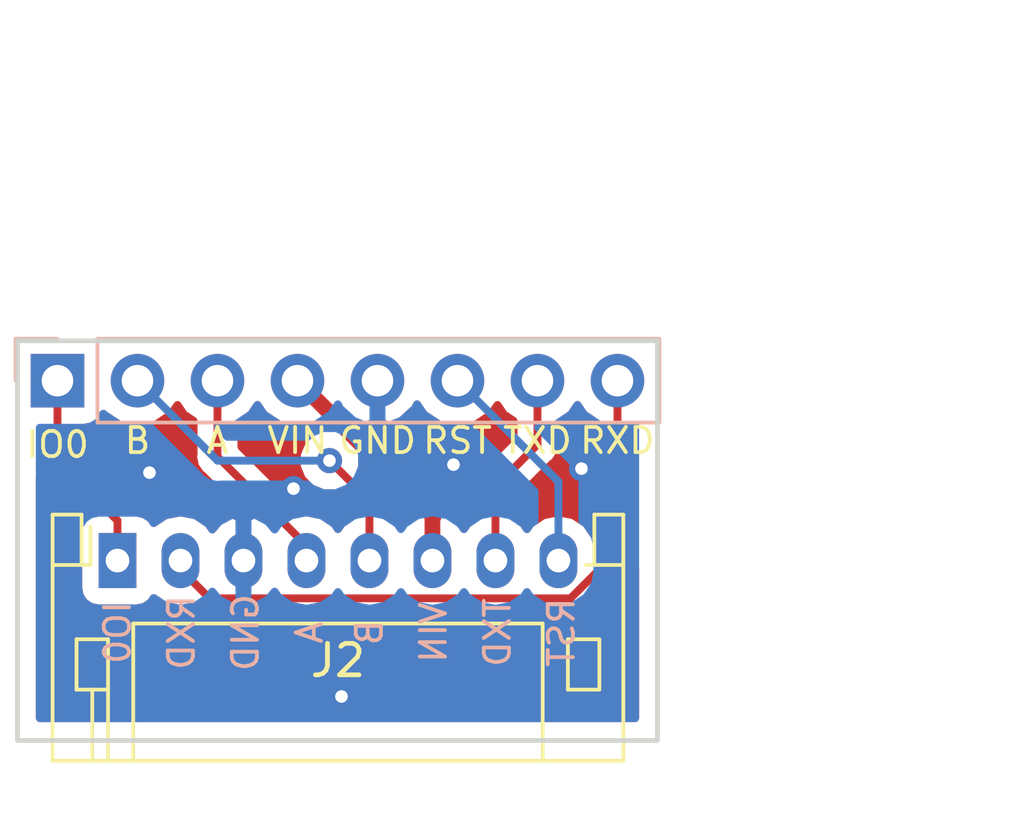
<source format=kicad_pcb>
(kicad_pcb (version 20171130) (host pcbnew 5.0.0)

  (general
    (thickness 1.6)
    (drawings 22)
    (tracks 33)
    (zones 0)
    (modules 2)
    (nets 9)
  )

  (page A4)
  (layers
    (0 F.Cu signal)
    (31 B.Cu signal)
    (32 B.Adhes user)
    (33 F.Adhes user)
    (34 B.Paste user)
    (35 F.Paste user)
    (36 B.SilkS user)
    (37 F.SilkS user)
    (38 B.Mask user)
    (39 F.Mask user)
    (40 Dwgs.User user)
    (41 Cmts.User user)
    (42 Eco1.User user)
    (43 Eco2.User user)
    (44 Edge.Cuts user)
    (45 Margin user)
    (46 B.CrtYd user)
    (47 F.CrtYd user)
    (48 B.Fab user)
    (49 F.Fab user)
  )

  (setup
    (last_trace_width 0.25)
    (trace_clearance 0.2)
    (zone_clearance 0.508)
    (zone_45_only no)
    (trace_min 0.2)
    (segment_width 0.2)
    (edge_width 0.15)
    (via_size 0.8)
    (via_drill 0.4)
    (via_min_size 0.4)
    (via_min_drill 0.3)
    (uvia_size 0.3)
    (uvia_drill 0.1)
    (uvias_allowed no)
    (uvia_min_size 0.2)
    (uvia_min_drill 0.1)
    (pcb_text_width 0.3)
    (pcb_text_size 1.5 1.5)
    (mod_edge_width 0.15)
    (mod_text_size 1 1)
    (mod_text_width 0.15)
    (pad_size 1.524 1.524)
    (pad_drill 0.762)
    (pad_to_mask_clearance 0.2)
    (aux_axis_origin 0 0)
    (visible_elements FFFFFF7F)
    (pcbplotparams
      (layerselection 0x010fc_ffffffff)
      (usegerberextensions false)
      (usegerberattributes false)
      (usegerberadvancedattributes false)
      (creategerberjobfile false)
      (excludeedgelayer true)
      (linewidth 0.100000)
      (plotframeref false)
      (viasonmask false)
      (mode 1)
      (useauxorigin false)
      (hpglpennumber 1)
      (hpglpenspeed 20)
      (hpglpendiameter 15.000000)
      (psnegative false)
      (psa4output false)
      (plotreference true)
      (plotvalue true)
      (plotinvisibletext false)
      (padsonsilk false)
      (subtractmaskfromsilk false)
      (outputformat 1)
      (mirror false)
      (drillshape 1)
      (scaleselection 1)
      (outputdirectory ""))
  )

  (net 0 "")
  (net 1 /IO0)
  (net 2 /RXD)
  (net 3 /GND)
  (net 4 /A)
  (net 5 /B)
  (net 6 /VIN)
  (net 7 /TXD)
  (net 8 /RST)

  (net_class Default "これはデフォルトのネット クラスです。"
    (clearance 0.2)
    (trace_width 0.25)
    (via_dia 0.8)
    (via_drill 0.4)
    (uvia_dia 0.3)
    (uvia_drill 0.1)
    (add_net /A)
    (add_net /B)
    (add_net /IO0)
    (add_net /RST)
    (add_net /RXD)
    (add_net /TXD)
  )

  (net_class Power ""
    (clearance 0.2)
    (trace_width 0.5)
    (via_dia 0.8)
    (via_drill 0.4)
    (uvia_dia 0.3)
    (uvia_drill 0.1)
    (add_net /GND)
    (add_net /VIN)
  )

  (module Connector_JST:JST_PH_S8B-PH-K_1x08_P2.00mm_Horizontal (layer F.Cu) (tedit 5A0EDEC2) (tstamp 5BFCCA8A)
    (at 145.415 57.785)
    (descr "JST PH series connector, S8B-PH-K (http://www.jst-mfg.com/product/pdf/eng/ePH.pdf), generated with kicad-footprint-generator")
    (tags "connector JST PH top entry")
    (path /5BF90F0B)
    (fp_text reference J2 (at 7 3.175) (layer F.SilkS)
      (effects (font (size 1 1) (thickness 0.15)))
    )
    (fp_text value Conn_01x08 (at 7 7.45) (layer F.Fab)
      (effects (font (size 1 1) (thickness 0.15)))
    )
    (fp_line (start -0.86 0.14) (end -1.14 0.14) (layer F.SilkS) (width 0.12))
    (fp_line (start -1.14 0.14) (end -1.14 -1.46) (layer F.SilkS) (width 0.12))
    (fp_line (start -1.14 -1.46) (end -2.06 -1.46) (layer F.SilkS) (width 0.12))
    (fp_line (start -2.06 -1.46) (end -2.06 6.36) (layer F.SilkS) (width 0.12))
    (fp_line (start -2.06 6.36) (end 16.06 6.36) (layer F.SilkS) (width 0.12))
    (fp_line (start 16.06 6.36) (end 16.06 -1.46) (layer F.SilkS) (width 0.12))
    (fp_line (start 16.06 -1.46) (end 15.14 -1.46) (layer F.SilkS) (width 0.12))
    (fp_line (start 15.14 -1.46) (end 15.14 0.14) (layer F.SilkS) (width 0.12))
    (fp_line (start 15.14 0.14) (end 14.86 0.14) (layer F.SilkS) (width 0.12))
    (fp_line (start 0.5 6.36) (end 0.5 2) (layer F.SilkS) (width 0.12))
    (fp_line (start 0.5 2) (end 13.5 2) (layer F.SilkS) (width 0.12))
    (fp_line (start 13.5 2) (end 13.5 6.36) (layer F.SilkS) (width 0.12))
    (fp_line (start -2.06 0.14) (end -1.14 0.14) (layer F.SilkS) (width 0.12))
    (fp_line (start 16.06 0.14) (end 15.14 0.14) (layer F.SilkS) (width 0.12))
    (fp_line (start -1.3 2.5) (end -1.3 4.1) (layer F.SilkS) (width 0.12))
    (fp_line (start -1.3 4.1) (end -0.3 4.1) (layer F.SilkS) (width 0.12))
    (fp_line (start -0.3 4.1) (end -0.3 2.5) (layer F.SilkS) (width 0.12))
    (fp_line (start -0.3 2.5) (end -1.3 2.5) (layer F.SilkS) (width 0.12))
    (fp_line (start 15.3 2.5) (end 15.3 4.1) (layer F.SilkS) (width 0.12))
    (fp_line (start 15.3 4.1) (end 14.3 4.1) (layer F.SilkS) (width 0.12))
    (fp_line (start 14.3 4.1) (end 14.3 2.5) (layer F.SilkS) (width 0.12))
    (fp_line (start 14.3 2.5) (end 15.3 2.5) (layer F.SilkS) (width 0.12))
    (fp_line (start -0.3 4.1) (end -0.3 6.36) (layer F.SilkS) (width 0.12))
    (fp_line (start -0.8 4.1) (end -0.8 6.36) (layer F.SilkS) (width 0.12))
    (fp_line (start -2.45 -1.85) (end -2.45 6.75) (layer F.CrtYd) (width 0.05))
    (fp_line (start -2.45 6.75) (end 16.45 6.75) (layer F.CrtYd) (width 0.05))
    (fp_line (start 16.45 6.75) (end 16.45 -1.85) (layer F.CrtYd) (width 0.05))
    (fp_line (start 16.45 -1.85) (end -2.45 -1.85) (layer F.CrtYd) (width 0.05))
    (fp_line (start -1.25 0.25) (end -1.25 -1.35) (layer F.Fab) (width 0.1))
    (fp_line (start -1.25 -1.35) (end -1.95 -1.35) (layer F.Fab) (width 0.1))
    (fp_line (start -1.95 -1.35) (end -1.95 6.25) (layer F.Fab) (width 0.1))
    (fp_line (start -1.95 6.25) (end 15.95 6.25) (layer F.Fab) (width 0.1))
    (fp_line (start 15.95 6.25) (end 15.95 -1.35) (layer F.Fab) (width 0.1))
    (fp_line (start 15.95 -1.35) (end 15.25 -1.35) (layer F.Fab) (width 0.1))
    (fp_line (start 15.25 -1.35) (end 15.25 0.25) (layer F.Fab) (width 0.1))
    (fp_line (start 15.25 0.25) (end -1.25 0.25) (layer F.Fab) (width 0.1))
    (fp_line (start -0.86 0.14) (end -0.86 -1.075) (layer F.SilkS) (width 0.12))
    (fp_line (start 0 0.875) (end -0.5 1.375) (layer F.Fab) (width 0.1))
    (fp_line (start -0.5 1.375) (end 0.5 1.375) (layer F.Fab) (width 0.1))
    (fp_line (start 0.5 1.375) (end 0 0.875) (layer F.Fab) (width 0.1))
    (fp_text user %R (at 7 2.5) (layer F.Fab)
      (effects (font (size 1 1) (thickness 0.15)))
    )
    (pad 1 thru_hole rect (at 0 0) (size 1.2 1.75) (drill 0.75) (layers *.Cu *.Mask)
      (net 1 /IO0))
    (pad 2 thru_hole oval (at 2 0) (size 1.2 1.75) (drill 0.75) (layers *.Cu *.Mask)
      (net 2 /RXD))
    (pad 3 thru_hole oval (at 4 0) (size 1.2 1.75) (drill 0.75) (layers *.Cu *.Mask)
      (net 3 /GND))
    (pad 4 thru_hole oval (at 6 0) (size 1.2 1.75) (drill 0.75) (layers *.Cu *.Mask)
      (net 4 /A))
    (pad 5 thru_hole oval (at 8 0) (size 1.2 1.75) (drill 0.75) (layers *.Cu *.Mask)
      (net 5 /B))
    (pad 6 thru_hole oval (at 10 0) (size 1.2 1.75) (drill 0.75) (layers *.Cu *.Mask)
      (net 6 /VIN))
    (pad 7 thru_hole oval (at 12 0) (size 1.2 1.75) (drill 0.75) (layers *.Cu *.Mask)
      (net 7 /TXD))
    (pad 8 thru_hole oval (at 14 0) (size 1.2 1.75) (drill 0.75) (layers *.Cu *.Mask)
      (net 8 /RST))
    (model ${KISYS3DMOD}/Connector_JST.3dshapes/JST_PH_S8B-PH-K_1x08_P2.00mm_Horizontal.wrl
      (at (xyz 0 0 0))
      (scale (xyz 1 1 1))
      (rotate (xyz 0 0 0))
    )
  )

  (module Connector_PinHeader_2.54mm:PinHeader_1x08_P2.54mm_Vertical (layer B.Cu) (tedit 5BF90F15) (tstamp 5BFCCA55)
    (at 143.51 52.07 270)
    (descr "Through hole straight pin header, 1x08, 2.54mm pitch, single row")
    (tags "Through hole pin header THT 1x08 2.54mm single row")
    (path /5BF90DDF)
    (fp_text reference J1 (at 0 2.54 270) (layer B.SilkS) hide
      (effects (font (size 1 1) (thickness 0.15)) (justify mirror))
    )
    (fp_text value Conn_01x08 (at 0 -20.11 270) (layer B.Fab)
      (effects (font (size 1 1) (thickness 0.15)) (justify mirror))
    )
    (fp_line (start -0.635 1.27) (end 1.27 1.27) (layer B.Fab) (width 0.1))
    (fp_line (start 1.27 1.27) (end 1.27 -19.05) (layer B.Fab) (width 0.1))
    (fp_line (start 1.27 -19.05) (end -1.27 -19.05) (layer B.Fab) (width 0.1))
    (fp_line (start -1.27 -19.05) (end -1.27 0.635) (layer B.Fab) (width 0.1))
    (fp_line (start -1.27 0.635) (end -0.635 1.27) (layer B.Fab) (width 0.1))
    (fp_line (start -1.33 -19.11) (end 1.33 -19.11) (layer B.SilkS) (width 0.12))
    (fp_line (start -1.33 -1.27) (end -1.33 -19.11) (layer B.SilkS) (width 0.12))
    (fp_line (start 1.33 -1.27) (end 1.33 -19.11) (layer B.SilkS) (width 0.12))
    (fp_line (start -1.33 -1.27) (end 1.33 -1.27) (layer B.SilkS) (width 0.12))
    (fp_line (start -1.33 0) (end -1.33 1.33) (layer B.SilkS) (width 0.12))
    (fp_line (start -1.33 1.33) (end 0 1.33) (layer B.SilkS) (width 0.12))
    (fp_line (start -1.8 1.8) (end -1.8 -19.55) (layer B.CrtYd) (width 0.05))
    (fp_line (start -1.8 -19.55) (end 1.8 -19.55) (layer B.CrtYd) (width 0.05))
    (fp_line (start 1.8 -19.55) (end 1.8 1.8) (layer B.CrtYd) (width 0.05))
    (fp_line (start 1.8 1.8) (end -1.8 1.8) (layer B.CrtYd) (width 0.05))
    (fp_text user %R (at 0 -8.89 180) (layer B.Fab)
      (effects (font (size 1 1) (thickness 0.15)) (justify mirror))
    )
    (pad 1 thru_hole rect (at 0 0 270) (size 1.7 1.7) (drill 1) (layers *.Cu *.Mask)
      (net 1 /IO0))
    (pad 2 thru_hole oval (at 0 -2.54 270) (size 1.7 1.7) (drill 1) (layers *.Cu *.Mask)
      (net 5 /B))
    (pad 3 thru_hole oval (at 0 -5.08 270) (size 1.7 1.7) (drill 1) (layers *.Cu *.Mask)
      (net 4 /A))
    (pad 4 thru_hole oval (at 0 -7.62 270) (size 1.7 1.7) (drill 1) (layers *.Cu *.Mask)
      (net 6 /VIN))
    (pad 5 thru_hole oval (at 0 -10.16 270) (size 1.7 1.7) (drill 1) (layers *.Cu *.Mask)
      (net 3 /GND))
    (pad 6 thru_hole oval (at 0 -12.7 270) (size 1.7 1.7) (drill 1) (layers *.Cu *.Mask)
      (net 8 /RST))
    (pad 7 thru_hole oval (at 0 -15.24 270) (size 1.7 1.7) (drill 1) (layers *.Cu *.Mask)
      (net 7 /TXD))
    (pad 8 thru_hole oval (at 0 -17.78 270) (size 1.7 1.7) (drill 1) (layers *.Cu *.Mask)
      (net 2 /RXD))
    (model ${KISYS3DMOD}/Connector_PinHeader_2.54mm.3dshapes/PinHeader_1x08_P2.54mm_Vertical.wrl
      (at (xyz 0 0 0))
      (scale (xyz 1 1 1))
      (rotate (xyz 0 0 0))
    )
  )

  (gr_text IO0 (at 145.415 60.071 90) (layer B.SilkS) (tstamp 5BF92A9F)
    (effects (font (size 0.8 0.8) (thickness 0.12)) (justify mirror))
  )
  (gr_text RXD (at 147.447 60.071 90) (layer B.SilkS) (tstamp 5BF92A65)
    (effects (font (size 0.8 0.8) (thickness 0.12)) (justify mirror))
  )
  (gr_text GND (at 149.479 60.071 90) (layer B.SilkS) (tstamp 5BF929F2)
    (effects (font (size 0.8 0.8) (thickness 0.12)) (justify mirror))
  )
  (gr_text A (at 151.511 60.071 90) (layer B.SilkS) (tstamp 5BF929B8)
    (effects (font (size 0.8 0.8) (thickness 0.12)) (justify mirror))
  )
  (gr_text B (at 153.416 60.071 90) (layer B.SilkS) (tstamp 5BF9297E)
    (effects (font (size 0.8 0.8) (thickness 0.12)) (justify mirror))
  )
  (gr_text VIN (at 155.448 60.071 90) (layer B.SilkS) (tstamp 5BF92944)
    (effects (font (size 0.8 0.8) (thickness 0.12)) (justify mirror))
  )
  (gr_text TXD (at 157.48 60.071 90) (layer B.SilkS) (tstamp 5BF9290A)
    (effects (font (size 0.8 0.8) (thickness 0.12)) (justify mirror))
  )
  (gr_text RST (at 159.512 60.071 90) (layer B.SilkS)
    (effects (font (size 0.8 0.8) (thickness 0.12)) (justify mirror))
  )
  (dimension 12.7 (width 0.3) (layer Cmts.User)
    (gr_text "12.700 mm" (at 172.28 57.15 270) (layer Cmts.User)
      (effects (font (size 1.5 1.5) (thickness 0.3)))
    )
    (feature1 (pts (xy 167.64 63.5) (xy 170.766421 63.5)))
    (feature2 (pts (xy 167.64 50.8) (xy 170.766421 50.8)))
    (crossbar (pts (xy 170.18 50.8) (xy 170.18 63.5)))
    (arrow1a (pts (xy 170.18 63.5) (xy 169.593579 62.373496)))
    (arrow1b (pts (xy 170.18 63.5) (xy 170.766421 62.373496)))
    (arrow2a (pts (xy 170.18 50.8) (xy 169.593579 51.926504)))
    (arrow2b (pts (xy 170.18 50.8) (xy 170.766421 51.926504)))
  )
  (dimension 20.32 (width 0.3) (layer Cmts.User)
    (gr_text "20.320 mm" (at 152.4 41.08) (layer Cmts.User)
      (effects (font (size 1.5 1.5) (thickness 0.3)))
    )
    (feature1 (pts (xy 162.56 45.72) (xy 162.56 42.593579)))
    (feature2 (pts (xy 142.24 45.72) (xy 142.24 42.593579)))
    (crossbar (pts (xy 142.24 43.18) (xy 162.56 43.18)))
    (arrow1a (pts (xy 162.56 43.18) (xy 161.433496 43.766421)))
    (arrow1b (pts (xy 162.56 43.18) (xy 161.433496 42.593579)))
    (arrow2a (pts (xy 142.24 43.18) (xy 143.366504 43.766421)))
    (arrow2b (pts (xy 142.24 43.18) (xy 143.366504 42.593579)))
  )
  (gr_text RST (at 156.21 53.975) (layer F.SilkS) (tstamp 5BF91058)
    (effects (font (size 0.8 0.8) (thickness 0.12)))
  )
  (gr_text TXD (at 158.75 53.975) (layer F.SilkS) (tstamp 5BF91056)
    (effects (font (size 0.8 0.8) (thickness 0.12)))
  )
  (gr_text VIN (at 151.13 53.975) (layer F.SilkS) (tstamp 5BF91054)
    (effects (font (size 0.8 0.8) (thickness 0.12)))
  )
  (gr_text B (at 146.05 53.975) (layer F.SilkS) (tstamp 5BF91052)
    (effects (font (size 0.8 0.8) (thickness 0.12)))
  )
  (gr_text A (at 148.59 53.975) (layer F.SilkS) (tstamp 5BF91050)
    (effects (font (size 0.8 0.8) (thickness 0.12)))
  )
  (gr_text GND (at 153.67 53.975) (layer F.SilkS) (tstamp 5BF9104E)
    (effects (font (size 0.8 0.8) (thickness 0.12)))
  )
  (gr_text RXD (at 161.29 53.975) (layer F.SilkS) (tstamp 5BF9104B)
    (effects (font (size 0.8 0.8) (thickness 0.12)))
  )
  (gr_text IO0 (at 143.51 54.102) (layer F.SilkS)
    (effects (font (size 0.8 0.8) (thickness 0.12)))
  )
  (gr_line (start 142.24 63.5) (end 142.24 50.8) (layer Edge.Cuts) (width 0.15))
  (gr_line (start 162.56 63.5) (end 142.24 63.5) (layer Edge.Cuts) (width 0.15))
  (gr_line (start 162.56 50.8) (end 162.56 63.5) (layer Edge.Cuts) (width 0.15))
  (gr_line (start 142.24 50.8) (end 162.56 50.8) (layer Edge.Cuts) (width 0.15))

  (segment (start 145.415 57.785) (end 145.415 56.515) (width 0.25) (layer F.Cu) (net 1))
  (segment (start 143.51 54.61) (end 143.51 52.07) (width 0.25) (layer F.Cu) (net 1))
  (segment (start 145.415 56.515) (end 143.51 54.61) (width 0.25) (layer F.Cu) (net 1))
  (segment (start 161.29 57.493161) (end 161.29 53.272081) (width 0.25) (layer F.Cu) (net 2))
  (segment (start 161.29 53.272081) (end 161.29 52.07) (width 0.25) (layer F.Cu) (net 2))
  (segment (start 159.798151 58.98501) (end 161.29 57.493161) (width 0.25) (layer F.Cu) (net 2))
  (segment (start 148.34001 58.98501) (end 159.798151 58.98501) (width 0.25) (layer F.Cu) (net 2))
  (segment (start 147.415 58.06) (end 148.34001 58.98501) (width 0.25) (layer F.Cu) (net 2))
  (segment (start 147.415 57.785) (end 147.415 58.06) (width 0.25) (layer F.Cu) (net 2))
  (via (at 156.083 54.737) (size 0.8) (drill 0.4) (layers F.Cu B.Cu) (net 3))
  (via (at 160.147 54.864) (size 0.8) (drill 0.4) (layers F.Cu B.Cu) (net 3))
  (via (at 152.527 62.103) (size 0.8) (drill 0.4) (layers F.Cu B.Cu) (net 3))
  (via (at 146.431 54.991) (size 0.8) (drill 0.4) (layers F.Cu B.Cu) (net 3))
  (via (at 151.003 55.499) (size 0.8) (drill 0.4) (layers F.Cu B.Cu) (net 3))
  (segment (start 151.415 57.308) (end 151.415 57.785) (width 0.25) (layer F.Cu) (net 4))
  (segment (start 148.59 52.07) (end 148.59 54.483) (width 0.25) (layer F.Cu) (net 4))
  (segment (start 148.59 54.483) (end 151.415 57.308) (width 0.25) (layer F.Cu) (net 4))
  (via (at 152.146 54.61) (size 0.8) (drill 0.4) (layers F.Cu B.Cu) (net 5))
  (segment (start 146.05 52.07) (end 148.59 54.61) (width 0.25) (layer B.Cu) (net 5))
  (segment (start 153.415 55.879) (end 152.545999 55.009999) (width 0.25) (layer F.Cu) (net 5))
  (segment (start 152.545999 55.009999) (end 152.146 54.61) (width 0.25) (layer F.Cu) (net 5))
  (segment (start 153.415 57.785) (end 153.415 55.879) (width 0.25) (layer F.Cu) (net 5))
  (segment (start 151.580315 54.61) (end 152.146 54.61) (width 0.25) (layer B.Cu) (net 5))
  (segment (start 148.59 54.61) (end 151.580315 54.61) (width 0.25) (layer B.Cu) (net 5))
  (segment (start 155.448 56.388) (end 155.437 56.388) (width 0.5) (layer F.Cu) (net 6))
  (segment (start 155.437 56.388) (end 155.415 56.41) (width 0.5) (layer F.Cu) (net 6))
  (segment (start 151.13 52.07) (end 155.448 56.388) (width 0.5) (layer F.Cu) (net 6))
  (segment (start 155.415 56.41) (end 155.415 57.785) (width 0.5) (layer F.Cu) (net 6))
  (segment (start 158.75 52.07) (end 158.75 54.102) (width 0.25) (layer F.Cu) (net 7))
  (segment (start 157.415 55.437) (end 157.415 57.785) (width 0.25) (layer F.Cu) (net 7))
  (segment (start 158.75 54.102) (end 157.415 55.437) (width 0.25) (layer F.Cu) (net 7))
  (segment (start 159.415 55.275) (end 159.415 57.785) (width 0.25) (layer B.Cu) (net 8))
  (segment (start 156.21 52.07) (end 159.415 55.275) (width 0.25) (layer B.Cu) (net 8))

  (zone (net 3) (net_name /GND) (layer F.Cu) (tstamp 5BF92D60) (hatch edge 0.508)
    (connect_pads (clearance 0.508))
    (min_thickness 0.254)
    (fill yes (arc_segments 16) (thermal_gap 0.508) (thermal_bridge_width 0.508))
    (polygon
      (pts
        (xy 142.24 50.8) (xy 162.56 50.8) (xy 162.56 63.5) (xy 142.24 63.5)
      )
    )
    (filled_polygon
      (pts
        (xy 142.962071 55.157929) (xy 143.02553 55.200331) (xy 144.325227 56.500028) (xy 144.216843 56.662235) (xy 144.16756 56.91)
        (xy 144.16756 58.66) (xy 144.216843 58.907765) (xy 144.357191 59.117809) (xy 144.567235 59.258157) (xy 144.815 59.30744)
        (xy 146.015 59.30744) (xy 146.262765 59.258157) (xy 146.472809 59.117809) (xy 146.56614 58.97813) (xy 146.933128 59.223344)
        (xy 147.415 59.319195) (xy 147.5688 59.288602) (xy 147.749681 59.469483) (xy 147.792081 59.532939) (xy 147.855537 59.575339)
        (xy 148.043472 59.700914) (xy 148.091615 59.71049) (xy 148.265158 59.74501) (xy 148.265162 59.74501) (xy 148.34001 59.759898)
        (xy 148.414858 59.74501) (xy 159.723304 59.74501) (xy 159.798151 59.759898) (xy 159.872998 59.74501) (xy 159.873003 59.74501)
        (xy 160.094688 59.700914) (xy 160.34608 59.532939) (xy 160.388482 59.46948) (xy 161.774473 58.08349) (xy 161.837929 58.04109)
        (xy 161.850001 58.023024) (xy 161.850001 62.79) (xy 142.95 62.79) (xy 142.95 55.139863)
      )
    )
    (filled_polygon
      (pts
        (xy 149.542 57.658) (xy 149.562 57.658) (xy 149.562 57.912) (xy 149.542 57.912) (xy 149.542 57.932)
        (xy 149.288 57.932) (xy 149.288 57.912) (xy 149.268 57.912) (xy 149.268 57.658) (xy 149.288 57.658)
        (xy 149.288 57.638) (xy 149.542 57.638)
      )
    )
    (filled_polygon
      (pts
        (xy 160.219375 53.140625) (xy 160.530001 53.348179) (xy 160.53 56.955775) (xy 160.305385 56.619615) (xy 159.896872 56.346656)
        (xy 159.415 56.250805) (xy 158.933127 56.346656) (xy 158.524615 56.619615) (xy 158.415 56.783666) (xy 158.305385 56.619615)
        (xy 158.175 56.532495) (xy 158.175 55.751801) (xy 159.234473 54.692329) (xy 159.297929 54.649929) (xy 159.465904 54.398537)
        (xy 159.51 54.176852) (xy 159.51 54.176848) (xy 159.524888 54.102001) (xy 159.51 54.027154) (xy 159.51 53.348178)
        (xy 159.820625 53.140625) (xy 160.02 52.842239)
      )
    )
    (filled_polygon
      (pts
        (xy 147.519375 53.140625) (xy 147.830001 53.348178) (xy 147.830001 54.408148) (xy 147.815112 54.483) (xy 147.874097 54.779537)
        (xy 147.939146 54.876889) (xy 148.042072 55.030929) (xy 148.105528 55.073329) (xy 149.307198 56.275) (xy 149.287998 56.275)
        (xy 149.287998 56.441268) (xy 149.097391 56.316538) (xy 149.059719 56.320408) (xy 148.631526 56.54692) (xy 148.424167 56.797385)
        (xy 148.305385 56.619615) (xy 147.896872 56.346656) (xy 147.415 56.250805) (xy 146.933127 56.346656) (xy 146.56614 56.591869)
        (xy 146.472809 56.452191) (xy 146.262765 56.311843) (xy 146.144812 56.288381) (xy 146.130904 56.218463) (xy 146.130904 56.218462)
        (xy 146.005329 56.030527) (xy 145.962929 55.967071) (xy 145.899473 55.924671) (xy 144.27 54.295199) (xy 144.27 53.56744)
        (xy 144.36 53.56744) (xy 144.607765 53.518157) (xy 144.817809 53.377809) (xy 144.958157 53.167765) (xy 144.967184 53.122381)
        (xy 144.979375 53.140625) (xy 145.470582 53.468839) (xy 145.903744 53.555) (xy 146.196256 53.555) (xy 146.629418 53.468839)
        (xy 147.120625 53.140625) (xy 147.32 52.842239)
      )
    )
    (filled_polygon
      (pts
        (xy 155.139375 53.140625) (xy 155.630582 53.468839) (xy 156.063744 53.555) (xy 156.356256 53.555) (xy 156.789418 53.468839)
        (xy 157.280625 53.140625) (xy 157.48 52.842239) (xy 157.679375 53.140625) (xy 157.990001 53.348178) (xy 157.990001 53.787197)
        (xy 156.93053 54.846669) (xy 156.867071 54.889071) (xy 156.699096 55.140464) (xy 156.655 55.362149) (xy 156.655 55.362153)
        (xy 156.640112 55.437) (xy 156.655 55.511847) (xy 156.655 56.532494) (xy 156.524615 56.619615) (xy 156.415 56.783666)
        (xy 156.305385 56.619615) (xy 156.304398 56.618956) (xy 156.350338 56.388) (xy 156.281652 56.04269) (xy 156.172277 55.879)
        (xy 156.135424 55.823845) (xy 156.135423 55.823844) (xy 156.086049 55.749951) (xy 156.012156 55.700577) (xy 153.797002 53.485424)
        (xy 153.797002 53.390156) (xy 154.02689 53.511476) (xy 154.436924 53.341645) (xy 154.865183 52.951358) (xy 154.926157 52.821522)
      )
    )
    (filled_polygon
      (pts
        (xy 150.059375 53.140625) (xy 150.550582 53.468839) (xy 150.983744 53.555) (xy 151.276256 53.555) (xy 151.34896 53.540538)
        (xy 151.550355 53.741934) (xy 151.268569 54.02372) (xy 151.111 54.404126) (xy 151.111 54.815874) (xy 151.268569 55.19628)
        (xy 151.55972 55.487431) (xy 151.940126 55.645) (xy 152.106199 55.645) (xy 152.655001 56.193803) (xy 152.655001 56.532494)
        (xy 152.524615 56.619615) (xy 152.415 56.783666) (xy 152.305385 56.619615) (xy 151.896872 56.346656) (xy 151.43698 56.255177)
        (xy 149.35 54.168199) (xy 149.35 53.348178) (xy 149.660625 53.140625) (xy 149.86 52.842239)
      )
    )
    (filled_polygon
      (pts
        (xy 153.797 51.943) (xy 153.817 51.943) (xy 153.817 52.197) (xy 153.797 52.197) (xy 153.797 52.217)
        (xy 153.543 52.217) (xy 153.543 52.197) (xy 153.523 52.197) (xy 153.523 51.943) (xy 153.543 51.943)
        (xy 153.543 51.923) (xy 153.797 51.923)
      )
    )
  )
  (zone (net 3) (net_name /GND) (layer B.Cu) (tstamp 5BF92D5D) (hatch edge 0.508)
    (connect_pads (clearance 0.508))
    (min_thickness 0.254)
    (fill yes (arc_segments 16) (thermal_gap 0.508) (thermal_bridge_width 0.508))
    (polygon
      (pts
        (xy 142.24 50.8) (xy 162.56 50.8) (xy 162.56 63.5) (xy 142.24 63.5)
      )
    )
    (filled_polygon
      (pts
        (xy 153.797 51.943) (xy 153.817 51.943) (xy 153.817 52.197) (xy 153.797 52.197) (xy 153.797 53.390155)
        (xy 154.02689 53.511476) (xy 154.436924 53.341645) (xy 154.865183 52.951358) (xy 154.926157 52.821522) (xy 155.139375 53.140625)
        (xy 155.630582 53.468839) (xy 156.063744 53.555) (xy 156.356256 53.555) (xy 156.576408 53.511209) (xy 158.655 55.589803)
        (xy 158.655001 56.532494) (xy 158.524615 56.619615) (xy 158.415 56.783666) (xy 158.305385 56.619615) (xy 157.896872 56.346656)
        (xy 157.415 56.250805) (xy 156.933127 56.346656) (xy 156.524615 56.619615) (xy 156.415 56.783666) (xy 156.305385 56.619615)
        (xy 155.896872 56.346656) (xy 155.415 56.250805) (xy 154.933127 56.346656) (xy 154.524615 56.619615) (xy 154.415 56.783666)
        (xy 154.305385 56.619615) (xy 153.896872 56.346656) (xy 153.415 56.250805) (xy 152.933127 56.346656) (xy 152.524615 56.619615)
        (xy 152.415 56.783666) (xy 152.305385 56.619615) (xy 151.896872 56.346656) (xy 151.415 56.250805) (xy 150.933127 56.346656)
        (xy 150.524615 56.619615) (xy 150.405833 56.797385) (xy 150.198474 56.54692) (xy 149.770281 56.320408) (xy 149.732609 56.316538)
        (xy 149.542 56.441269) (xy 149.542 57.658) (xy 149.562 57.658) (xy 149.562 57.912) (xy 149.542 57.912)
        (xy 149.542 59.128731) (xy 149.732609 59.253462) (xy 149.770281 59.249592) (xy 150.198474 59.02308) (xy 150.405833 58.772615)
        (xy 150.524616 58.950385) (xy 150.933128 59.223344) (xy 151.415 59.319195) (xy 151.896873 59.223344) (xy 152.305385 58.950385)
        (xy 152.415 58.786334) (xy 152.524616 58.950385) (xy 152.933128 59.223344) (xy 153.415 59.319195) (xy 153.896873 59.223344)
        (xy 154.305385 58.950385) (xy 154.415 58.786334) (xy 154.524616 58.950385) (xy 154.933128 59.223344) (xy 155.415 59.319195)
        (xy 155.896873 59.223344) (xy 156.305385 58.950385) (xy 156.415 58.786334) (xy 156.524616 58.950385) (xy 156.933128 59.223344)
        (xy 157.415 59.319195) (xy 157.896873 59.223344) (xy 158.305385 58.950385) (xy 158.415 58.786334) (xy 158.524616 58.950385)
        (xy 158.933128 59.223344) (xy 159.415 59.319195) (xy 159.896873 59.223344) (xy 160.305385 58.950385) (xy 160.578344 58.541872)
        (xy 160.65 58.181635) (xy 160.65 57.388364) (xy 160.578344 57.028127) (xy 160.305385 56.619615) (xy 160.175 56.532495)
        (xy 160.175 55.349846) (xy 160.189888 55.274999) (xy 160.175 55.200152) (xy 160.175 55.200148) (xy 160.130904 54.978463)
        (xy 160.082844 54.906536) (xy 160.005329 54.790526) (xy 160.005327 54.790524) (xy 159.962929 54.727071) (xy 159.899476 54.684673)
        (xy 158.769802 53.555) (xy 158.896256 53.555) (xy 159.329418 53.468839) (xy 159.820625 53.140625) (xy 160.02 52.842239)
        (xy 160.219375 53.140625) (xy 160.710582 53.468839) (xy 161.143744 53.555) (xy 161.436256 53.555) (xy 161.85 53.472701)
        (xy 161.850001 62.79) (xy 142.95 62.79) (xy 142.95 56.91) (xy 144.16756 56.91) (xy 144.16756 58.66)
        (xy 144.216843 58.907765) (xy 144.357191 59.117809) (xy 144.567235 59.258157) (xy 144.815 59.30744) (xy 146.015 59.30744)
        (xy 146.262765 59.258157) (xy 146.472809 59.117809) (xy 146.56614 58.97813) (xy 146.933128 59.223344) (xy 147.415 59.319195)
        (xy 147.896873 59.223344) (xy 148.305385 58.950385) (xy 148.424167 58.772615) (xy 148.631526 59.02308) (xy 149.059719 59.249592)
        (xy 149.097391 59.253462) (xy 149.288 59.128731) (xy 149.288 57.912) (xy 149.268 57.912) (xy 149.268 57.658)
        (xy 149.288 57.658) (xy 149.288 56.441269) (xy 149.097391 56.316538) (xy 149.059719 56.320408) (xy 148.631526 56.54692)
        (xy 148.424167 56.797385) (xy 148.305385 56.619615) (xy 147.896872 56.346656) (xy 147.415 56.250805) (xy 146.933127 56.346656)
        (xy 146.56614 56.591869) (xy 146.472809 56.452191) (xy 146.262765 56.311843) (xy 146.015 56.26256) (xy 144.815 56.26256)
        (xy 144.567235 56.311843) (xy 144.357191 56.452191) (xy 144.216843 56.662235) (xy 144.16756 56.91) (xy 142.95 56.91)
        (xy 142.95 53.56744) (xy 144.36 53.56744) (xy 144.607765 53.518157) (xy 144.817809 53.377809) (xy 144.958157 53.167765)
        (xy 144.967184 53.122381) (xy 144.979375 53.140625) (xy 145.470582 53.468839) (xy 145.903744 53.555) (xy 146.196256 53.555)
        (xy 146.416408 53.511209) (xy 147.999673 55.094476) (xy 148.042071 55.157929) (xy 148.105524 55.200327) (xy 148.105526 55.200329)
        (xy 148.217278 55.274999) (xy 148.293463 55.325904) (xy 148.515148 55.37) (xy 148.515152 55.37) (xy 148.589999 55.384888)
        (xy 148.664846 55.37) (xy 151.442289 55.37) (xy 151.55972 55.487431) (xy 151.940126 55.645) (xy 152.351874 55.645)
        (xy 152.73228 55.487431) (xy 153.023431 55.19628) (xy 153.181 54.815874) (xy 153.181 54.404126) (xy 153.023431 54.02372)
        (xy 152.73228 53.732569) (xy 152.351874 53.575) (xy 151.940126 53.575) (xy 151.55972 53.732569) (xy 151.442289 53.85)
        (xy 148.904803 53.85) (xy 148.609803 53.555) (xy 148.736256 53.555) (xy 149.169418 53.468839) (xy 149.660625 53.140625)
        (xy 149.86 52.842239) (xy 150.059375 53.140625) (xy 150.550582 53.468839) (xy 150.983744 53.555) (xy 151.276256 53.555)
        (xy 151.709418 53.468839) (xy 152.200625 53.140625) (xy 152.413843 52.821522) (xy 152.474817 52.951358) (xy 152.903076 53.341645)
        (xy 153.31311 53.511476) (xy 153.543 53.390155) (xy 153.543 52.197) (xy 153.523 52.197) (xy 153.523 51.943)
        (xy 153.543 51.943) (xy 153.543 51.923) (xy 153.797 51.923)
      )
    )
  )
)

</source>
